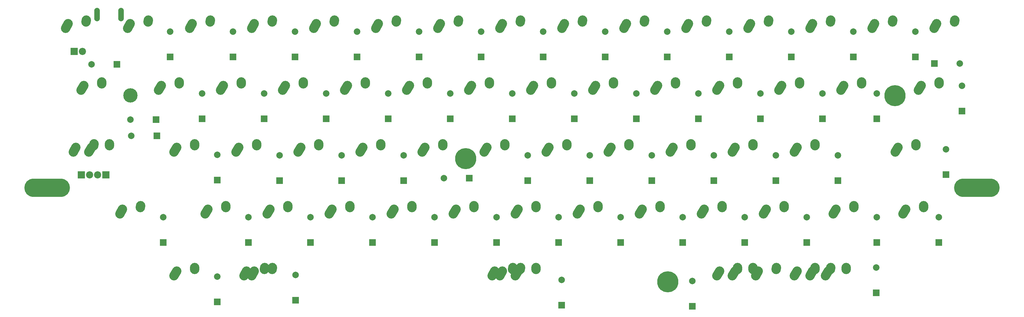
<source format=gts>
G04 #@! TF.FileFunction,Soldermask,Top*
%FSLAX46Y46*%
G04 Gerber Fmt 4.6, Leading zero omitted, Abs format (unit mm)*
G04 Created by KiCad (PCBNEW 4.0.5+dfsg1-4) date Mon May  8 00:20:08 2017*
%MOMM*%
%LPD*%
G01*
G04 APERTURE LIST*
%ADD10C,0.100000*%
%ADD11R,2.000000X2.000000*%
%ADD12C,2.000000*%
%ADD13O,1.700000X4.200000*%
%ADD14C,2.900000*%
%ADD15O,14.000000X5.600000*%
%ADD16C,4.400000*%
%ADD17C,6.500000*%
%ADD18R,2.200000X2.200000*%
%ADD19C,2.200000*%
G04 APERTURE END LIST*
D10*
D11*
X88150000Y-115750000D03*
D12*
X80350000Y-115750000D03*
D11*
X104500000Y-113400000D03*
D12*
X104500000Y-105600000D03*
D11*
X123825000Y-113437500D03*
D12*
X123825000Y-105637500D03*
D11*
X142875000Y-113437500D03*
D12*
X142875000Y-105637500D03*
D11*
X161925000Y-113437500D03*
D12*
X161925000Y-105637500D03*
D11*
X180975000Y-113437500D03*
D12*
X180975000Y-105637500D03*
D11*
X200025000Y-113437500D03*
D12*
X200025000Y-105637500D03*
D11*
X219075000Y-113437500D03*
D12*
X219075000Y-105637500D03*
D11*
X238125000Y-113437500D03*
D12*
X238125000Y-105637500D03*
D11*
X257175000Y-113437500D03*
D12*
X257175000Y-105637500D03*
D11*
X276225000Y-113437500D03*
D12*
X276225000Y-105637500D03*
D11*
X295275000Y-113437500D03*
D12*
X295275000Y-105637500D03*
D11*
X314325000Y-113437500D03*
D12*
X314325000Y-105637500D03*
D11*
X100150000Y-132750000D03*
D12*
X92350000Y-132750000D03*
D11*
X114300000Y-132487500D03*
D12*
X114300000Y-124687500D03*
D11*
X133350000Y-132487500D03*
D12*
X133350000Y-124687500D03*
D11*
X152400000Y-132487500D03*
D12*
X152400000Y-124687500D03*
D11*
X171450000Y-132487500D03*
D12*
X171450000Y-124687500D03*
D11*
X190500000Y-132487500D03*
D12*
X190500000Y-124687500D03*
D11*
X209550000Y-132487500D03*
D12*
X209550000Y-124687500D03*
D11*
X228600000Y-132487500D03*
D12*
X228600000Y-124687500D03*
D11*
X247650000Y-132487500D03*
D12*
X247650000Y-124687500D03*
D11*
X266700000Y-132487500D03*
D12*
X266700000Y-124687500D03*
D11*
X285750000Y-132487500D03*
D12*
X285750000Y-124687500D03*
D11*
X304800000Y-132487500D03*
D12*
X304800000Y-124687500D03*
D11*
X321468750Y-132487500D03*
D12*
X321468750Y-124687500D03*
D11*
X100400000Y-137750000D03*
D12*
X92600000Y-137750000D03*
D11*
X119000000Y-151400000D03*
D12*
X119000000Y-143600000D03*
D11*
X138112500Y-151537500D03*
D12*
X138112500Y-143737500D03*
D11*
X157162500Y-151537500D03*
D12*
X157162500Y-143737500D03*
D11*
X176212500Y-151537500D03*
D12*
X176212500Y-143737500D03*
D11*
X196375000Y-150800000D03*
D12*
X188575000Y-150800000D03*
D11*
X214312500Y-151537500D03*
D12*
X214312500Y-143737500D03*
D11*
X233362500Y-151537500D03*
D12*
X233362500Y-143737500D03*
D11*
X252412500Y-151537500D03*
D12*
X252412500Y-143737500D03*
D11*
X271462500Y-151537500D03*
D12*
X271462500Y-143737500D03*
D11*
X290512500Y-151537500D03*
D12*
X290512500Y-143737500D03*
D11*
X309562500Y-151537500D03*
D12*
X309562500Y-143737500D03*
D11*
X342750000Y-149650000D03*
D12*
X342750000Y-141850000D03*
D11*
X102393750Y-170587500D03*
D12*
X102393750Y-162787500D03*
D11*
X128587500Y-170587500D03*
D12*
X128587500Y-162787500D03*
D11*
X147637500Y-170587500D03*
D12*
X147637500Y-162787500D03*
D11*
X166687500Y-170587500D03*
D12*
X166687500Y-162787500D03*
D11*
X185737500Y-170587500D03*
D12*
X185737500Y-162787500D03*
D11*
X204787500Y-170587500D03*
D12*
X204787500Y-162787500D03*
D11*
X223837500Y-170587500D03*
D12*
X223837500Y-162787500D03*
D11*
X242887500Y-170587500D03*
D12*
X242887500Y-162787500D03*
D11*
X261937500Y-170587500D03*
D12*
X261937500Y-162787500D03*
D11*
X280987500Y-170587500D03*
D12*
X280987500Y-162787500D03*
D11*
X300037500Y-170587500D03*
D12*
X300037500Y-162787500D03*
D11*
X321468750Y-170587500D03*
D12*
X321468750Y-162787500D03*
D11*
X340518750Y-170587500D03*
D12*
X340518750Y-162787500D03*
D11*
X119000000Y-188900000D03*
D12*
X119000000Y-181100000D03*
D11*
X143000000Y-188400000D03*
D12*
X143000000Y-180600000D03*
D11*
X224750000Y-189900000D03*
D12*
X224750000Y-182100000D03*
D11*
X264875000Y-190200000D03*
D12*
X264875000Y-182400000D03*
D11*
X321325000Y-186075000D03*
D12*
X321325000Y-178275000D03*
D11*
X339175000Y-115475000D03*
D12*
X346975000Y-115475000D03*
D11*
X333375000Y-113437500D03*
D12*
X333375000Y-105637500D03*
D11*
X347662500Y-130106250D03*
D12*
X347662500Y-122306250D03*
D13*
X82100000Y-100350000D03*
X89400000Y-100350000D03*
D14*
X327994203Y-141256296D02*
X327183297Y-142716204D01*
X333533474Y-140176922D02*
X333494026Y-140755578D01*
D15*
X66750000Y-153750000D03*
X352250000Y-153750000D03*
D16*
X92275000Y-125300000D03*
D17*
X327050000Y-125375000D03*
X257325000Y-182725000D03*
X195225000Y-144775000D03*
D18*
X75000000Y-111750000D03*
D19*
X77540000Y-111750000D03*
D18*
X77250000Y-149750000D03*
D19*
X79790000Y-149750000D03*
D18*
X84750000Y-149750000D03*
D19*
X82210000Y-149750000D03*
D14*
X92250453Y-103156296D02*
X91439547Y-104616204D01*
X97789724Y-102076922D02*
X97750276Y-102655578D01*
X339900453Y-103156296D02*
X339089547Y-104616204D01*
X345439724Y-102076922D02*
X345400276Y-102655578D01*
X301800453Y-179356296D02*
X300989547Y-180816204D01*
X307339724Y-178276922D02*
X307300276Y-178855578D01*
X106537953Y-179356296D02*
X105727047Y-180816204D01*
X112077224Y-178276922D02*
X112037776Y-178855578D01*
X330375453Y-160306296D02*
X329564547Y-161766204D01*
X335914724Y-159226922D02*
X335875276Y-159805578D01*
X287512953Y-160306296D02*
X286702047Y-161766204D01*
X293052224Y-159226922D02*
X293012776Y-159805578D01*
X268462953Y-160306296D02*
X267652047Y-161766204D01*
X274002224Y-159226922D02*
X273962776Y-159805578D01*
X249412953Y-160306296D02*
X248602047Y-161766204D01*
X254952224Y-159226922D02*
X254912776Y-159805578D01*
X230362953Y-160306296D02*
X229552047Y-161766204D01*
X235902224Y-159226922D02*
X235862776Y-159805578D01*
X211312953Y-160306296D02*
X210502047Y-161766204D01*
X216852224Y-159226922D02*
X216812776Y-159805578D01*
X192262953Y-160306296D02*
X191452047Y-161766204D01*
X197802224Y-159226922D02*
X197762776Y-159805578D01*
X173212953Y-160306296D02*
X172402047Y-161766204D01*
X178752224Y-159226922D02*
X178712776Y-159805578D01*
X154162953Y-160306296D02*
X153352047Y-161766204D01*
X159702224Y-159226922D02*
X159662776Y-159805578D01*
X135112953Y-160306296D02*
X134302047Y-161766204D01*
X140652224Y-159226922D02*
X140612776Y-159805578D01*
X116062953Y-160306296D02*
X115252047Y-161766204D01*
X121602224Y-159226922D02*
X121562776Y-159805578D01*
X297037953Y-141256296D02*
X296227047Y-142716204D01*
X302577224Y-140176922D02*
X302537776Y-140755578D01*
X277987953Y-141256296D02*
X277177047Y-142716204D01*
X283527224Y-140176922D02*
X283487776Y-140755578D01*
X258937953Y-141256296D02*
X258127047Y-142716204D01*
X264477224Y-140176922D02*
X264437776Y-140755578D01*
X239887953Y-141256296D02*
X239077047Y-142716204D01*
X245427224Y-140176922D02*
X245387776Y-140755578D01*
X220837953Y-141256296D02*
X220027047Y-142716204D01*
X226377224Y-140176922D02*
X226337776Y-140755578D01*
X201787953Y-141256296D02*
X200977047Y-142716204D01*
X207327224Y-140176922D02*
X207287776Y-140755578D01*
X182737953Y-141256296D02*
X181927047Y-142716204D01*
X188277224Y-140176922D02*
X188237776Y-140755578D01*
X163687953Y-141256296D02*
X162877047Y-142716204D01*
X169227224Y-140176922D02*
X169187776Y-140755578D01*
X144637953Y-141256296D02*
X143827047Y-142716204D01*
X150177224Y-140176922D02*
X150137776Y-140755578D01*
X125587953Y-141256296D02*
X124777047Y-142716204D01*
X131127224Y-140176922D02*
X131087776Y-140755578D01*
X106537953Y-141256296D02*
X105727047Y-142716204D01*
X112077224Y-140176922D02*
X112037776Y-140755578D01*
X311325453Y-122206296D02*
X310514547Y-123666204D01*
X316864724Y-121126922D02*
X316825276Y-121705578D01*
X292275453Y-122206296D02*
X291464547Y-123666204D01*
X297814724Y-121126922D02*
X297775276Y-121705578D01*
X273225453Y-122206296D02*
X272414547Y-123666204D01*
X278764724Y-121126922D02*
X278725276Y-121705578D01*
X254175453Y-122206296D02*
X253364547Y-123666204D01*
X259714724Y-121126922D02*
X259675276Y-121705578D01*
X235125453Y-122206296D02*
X234314547Y-123666204D01*
X240664724Y-121126922D02*
X240625276Y-121705578D01*
X216075453Y-122206296D02*
X215264547Y-123666204D01*
X221614724Y-121126922D02*
X221575276Y-121705578D01*
X197025453Y-122206296D02*
X196214547Y-123666204D01*
X202564724Y-121126922D02*
X202525276Y-121705578D01*
X177975453Y-122206296D02*
X177164547Y-123666204D01*
X183514724Y-121126922D02*
X183475276Y-121705578D01*
X158925453Y-122206296D02*
X158114547Y-123666204D01*
X164464724Y-121126922D02*
X164425276Y-121705578D01*
X139875453Y-122206296D02*
X139064547Y-123666204D01*
X145414724Y-121126922D02*
X145375276Y-121705578D01*
X120825453Y-122206296D02*
X120014547Y-123666204D01*
X126364724Y-121126922D02*
X126325276Y-121705578D01*
X101775453Y-122206296D02*
X100964547Y-123666204D01*
X107314724Y-121126922D02*
X107275276Y-121705578D01*
X301800453Y-103156296D02*
X300989547Y-104616204D01*
X307339724Y-102076922D02*
X307300276Y-102655578D01*
X282750453Y-103156296D02*
X281939547Y-104616204D01*
X288289724Y-102076922D02*
X288250276Y-102655578D01*
X263700453Y-103156296D02*
X262889547Y-104616204D01*
X269239724Y-102076922D02*
X269200276Y-102655578D01*
X244650453Y-103156296D02*
X243839547Y-104616204D01*
X250189724Y-102076922D02*
X250150276Y-102655578D01*
X225600453Y-103156296D02*
X224789547Y-104616204D01*
X231139724Y-102076922D02*
X231100276Y-102655578D01*
X206550453Y-103156296D02*
X205739547Y-104616204D01*
X212089724Y-102076922D02*
X212050276Y-102655578D01*
X187500453Y-103156296D02*
X186689547Y-104616204D01*
X193039724Y-102076922D02*
X193000276Y-102655578D01*
X168450453Y-103156296D02*
X167639547Y-104616204D01*
X173989724Y-102076922D02*
X173950276Y-102655578D01*
X149400453Y-103156296D02*
X148589547Y-104616204D01*
X154939724Y-102076922D02*
X154900276Y-102655578D01*
X130350453Y-103156296D02*
X129539547Y-104616204D01*
X135889724Y-102076922D02*
X135850276Y-102655578D01*
X111300453Y-103156296D02*
X110489547Y-104616204D01*
X116839724Y-102076922D02*
X116800276Y-102655578D01*
X73200453Y-103156296D02*
X72389547Y-104616204D01*
X78739724Y-102076922D02*
X78700276Y-102655578D01*
X320850453Y-103156296D02*
X320039547Y-104616204D01*
X326389724Y-102076922D02*
X326350276Y-102655578D01*
X75581703Y-141256296D02*
X74770797Y-142716204D01*
X81120974Y-140176922D02*
X81081526Y-140755578D01*
X127969203Y-179356296D02*
X127158297Y-180816204D01*
X133508474Y-178276922D02*
X133469026Y-178855578D01*
X285131703Y-179356296D02*
X284320797Y-180816204D01*
X290670974Y-178276922D02*
X290631526Y-178855578D01*
X306562953Y-179356296D02*
X305752047Y-180816204D01*
X312102224Y-178276922D02*
X312062776Y-178855578D01*
X297037953Y-179356296D02*
X296227047Y-180816204D01*
X302577224Y-178276922D02*
X302537776Y-178855578D01*
X77962953Y-122206296D02*
X77152047Y-123666204D01*
X83502224Y-121126922D02*
X83462776Y-121705578D01*
X130350453Y-179356296D02*
X129539547Y-180816204D01*
X135889724Y-178276922D02*
X135850276Y-178855578D01*
X277987953Y-179356296D02*
X277177047Y-180816204D01*
X283527224Y-178276922D02*
X283487776Y-178855578D01*
X335137953Y-122206296D02*
X334327047Y-123666204D01*
X340677224Y-121126922D02*
X340637776Y-121705578D01*
X273225453Y-179356296D02*
X272414547Y-180816204D01*
X278764724Y-178276922D02*
X278725276Y-178855578D01*
X89869203Y-160306296D02*
X89058297Y-161766204D01*
X95408474Y-159226922D02*
X95369026Y-159805578D01*
X80344203Y-141256296D02*
X79533297Y-142716204D01*
X85883474Y-140176922D02*
X85844026Y-140755578D01*
X211312953Y-179356296D02*
X210502047Y-180816204D01*
X216852224Y-178276922D02*
X216812776Y-178855578D01*
X308944203Y-160306296D02*
X308133297Y-161766204D01*
X314483474Y-159226922D02*
X314444026Y-159805578D01*
X204169203Y-179356296D02*
X203358297Y-180816204D01*
X209708474Y-178276922D02*
X209669026Y-178855578D01*
X206550453Y-179356296D02*
X205739547Y-180816204D01*
X212089724Y-178276922D02*
X212050276Y-178855578D01*
M02*

</source>
